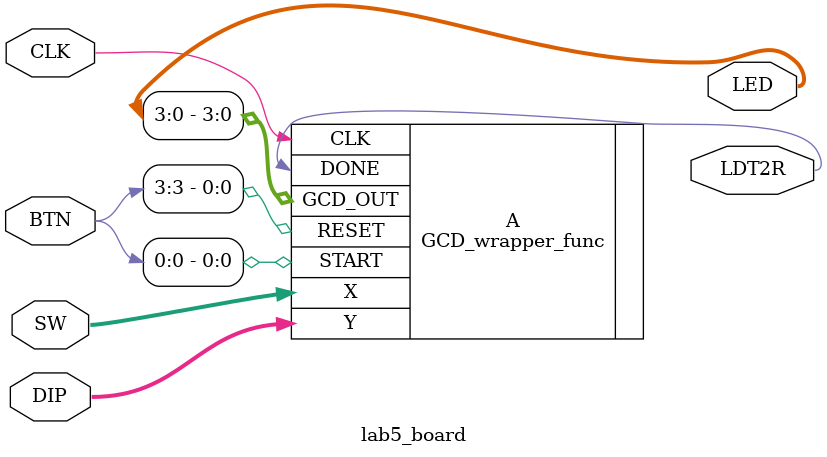
<source format=v>
`timescale 1ns / 1ps
module lab5_board(LED, SW, CLK, BTN, LDT2R, DIP);

output[7:0] LED;
output LDT2R;
input [3:0] SW;
input [3:0] BTN;
input [3:0]DIP;
input CLK;


GCD_wrapper_func A(
	.X(SW[3:0]),
	.Y(DIP[3:0]),
	.START(BTN[0]),
	.RESET(BTN[3]),
	.GCD_OUT(LED[3:0]),
	.DONE(LDT2R),
	.CLK(CLK)
);

endmodule

</source>
